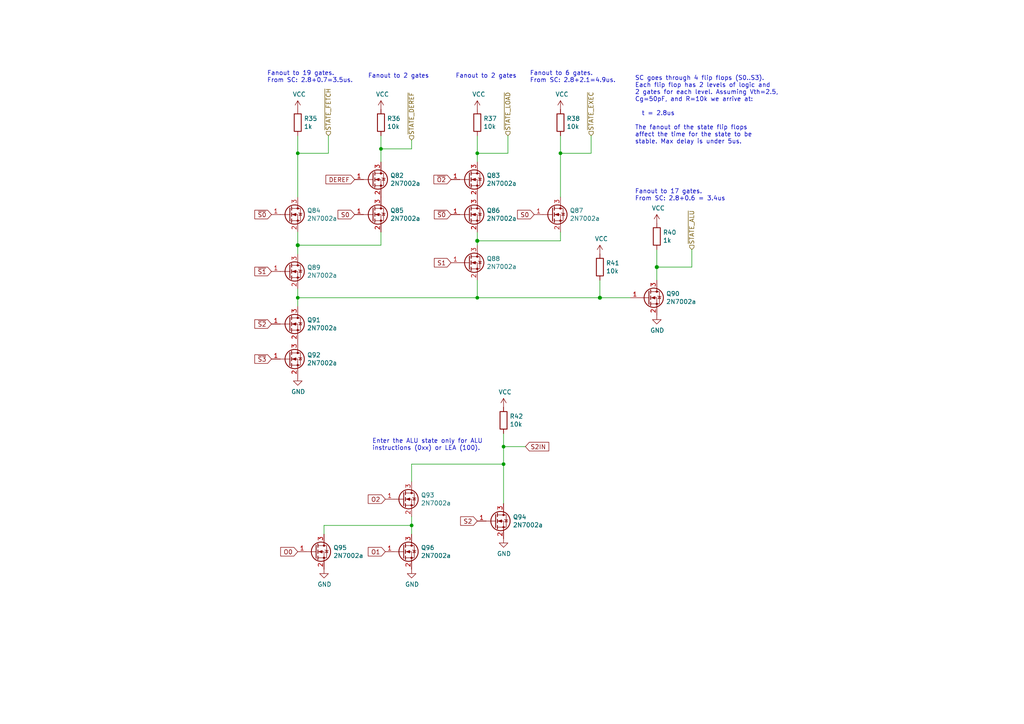
<source format=kicad_sch>
(kicad_sch (version 20210126) (generator eeschema)
  (paper "A4")
  (title_block (title "Q2 State Decoder") (date "2021-02-05") (rev "1") (company "joewing.net"))
  (lib_symbols
    (symbol "Device:R" (pin_numbers hide) (pin_names (offset 0))
      (property "Reference" "R" (at 2.032 0 90))
      (property "Value" "R" (at 0 0 90))
      (symbol "R_0_1"
        (rectangle (start -1.016 -2.54) (end 1.016 2.54) (stroke (width 0.254)))
      )
      (symbol "R_1_1"
        (pin passive line (at 0 3.81 270) (length 1.27) (name "~") (number "1"))
        (pin passive line (at 0 -3.81 90) (length 1.27) (name "~") (number "2"))
      )
    )
    (symbol "Transistor_FET:2N7002" (pin_names hide)
      (property "Reference" "Q" (at 5.08 1.905 0))
      (property "Value" "2N7002" (at 5.08 0 0))
      (symbol "2N7002_0_1"
        (circle (center 1.651 0) (radius 2.794) (stroke (width 0.254)))
        (circle (center 2.54 -1.778) (radius 0.254) (fill (type outline)))
        (circle (center 2.54 1.778) (radius 0.254) (fill (type outline)))
        (polyline (pts (xy 0.254 0) (xy -2.54 0)))
        (polyline (pts (xy 0.254 1.905) (xy 0.254 -1.905)) (stroke (width 0.254)))
        (polyline (pts (xy 0.762 -1.27) (xy 0.762 -2.286)) (stroke (width 0.254)))
        (polyline (pts (xy 0.762 0.508) (xy 0.762 -0.508)) (stroke (width 0.254)))
        (polyline (pts (xy 0.762 2.286) (xy 0.762 1.27)) (stroke (width 0.254)))
        (polyline (pts (xy 2.54 2.54) (xy 2.54 1.778)))
        (polyline (pts (xy 2.54 -2.54) (xy 2.54 0) (xy 0.762 0)))
        (polyline (pts (xy 0.762 -1.778) (xy 3.302 -1.778) (xy 3.302 1.778) (xy 0.762 1.778)))
        (polyline (pts (xy 1.016 0) (xy 2.032 0.381) (xy 2.032 -0.381) (xy 1.016 0)) (fill (type outline)))
        (polyline (pts (xy 2.794 0.508) (xy 2.921 0.381) (xy 3.683 0.381) (xy 3.81 0.254)))
        (polyline (pts (xy 3.302 0.381) (xy 2.921 -0.254) (xy 3.683 -0.254) (xy 3.302 0.381)))
      )
      (symbol "2N7002_1_1"
        (pin input line (at -5.08 0 0) (length 2.54) (name "G") (number "1"))
        (pin passive line (at 2.54 -5.08 90) (length 2.54) (name "S") (number "2"))
        (pin passive line (at 2.54 5.08 270) (length 2.54) (name "D") (number "3"))
      )
    )
    (symbol "power:GND" (power) (pin_names (offset 0))
      (property "Value" "GND" (at 0 -3.81 0))
      (symbol "GND_0_1"
        (polyline (pts (xy 0 0) (xy 0 -1.27) (xy 1.27 -1.27) (xy 0 -2.54) (xy -1.27 -1.27) (xy 0 -1.27)))
      )
      (symbol "GND_1_1"
        (pin power_in line (at 0 0 270) (length 0) hide (name "GND") (number "1"))
      )
    )
    (symbol "power:VCC" (power) (pin_names (offset 0))
      (property "Value" "VCC" (at 0 3.81 0))
      (symbol "VCC_0_1"
        (polyline (pts (xy -0.762 1.27) (xy 0 2.54)))
        (polyline (pts (xy 0 0) (xy 0 2.54)))
        (polyline (pts (xy 0 2.54) (xy 0.762 1.27)))
      )
      (symbol "VCC_1_1"
        (pin power_in line (at 0 0 90) (length 0) hide (name "VCC") (number "1"))
      )
    )
  )
  (junction (at 86.36 44.45) (diameter 0.9144))
  (junction (at 86.36 71.12) (diameter 1.016))
  (junction (at 86.36 86.36) (diameter 0.9144))
  (junction (at 110.49 43.18) (diameter 0.9144))
  (junction (at 119.38 152.4) (diameter 0.9144))
  (junction (at 138.43 44.45) (diameter 0.9144))
  (junction (at 138.43 69.85) (diameter 1.016))
  (junction (at 138.43 86.36) (diameter 0.9144))
  (junction (at 146.05 129.54) (diameter 0.9144))
  (junction (at 146.05 134.62) (diameter 0.9144))
  (junction (at 162.56 44.45) (diameter 0.9144))
  (junction (at 173.99 86.36) (diameter 1.016))
  (junction (at 190.5 77.47) (diameter 1.016))
  (wire (pts (xy 86.36 39.37) (xy 86.36 44.45)))
  (wire (pts (xy 86.36 44.45) (xy 86.36 57.15)))
  (wire (pts (xy 86.36 67.31) (xy 86.36 71.12)))
  (wire (pts (xy 86.36 71.12) (xy 86.36 73.66)))
  (wire (pts (xy 86.36 71.12) (xy 110.49 71.12)))
  (wire (pts (xy 86.36 83.82) (xy 86.36 86.36)))
  (wire (pts (xy 86.36 86.36) (xy 86.36 88.9)))
  (wire (pts (xy 86.36 86.36) (xy 138.43 86.36)))
  (wire (pts (xy 93.98 152.4) (xy 119.38 152.4)))
  (wire (pts (xy 93.98 154.94) (xy 93.98 152.4)))
  (wire (pts (xy 95.25 39.37) (xy 95.25 44.45)))
  (wire (pts (xy 95.25 44.45) (xy 86.36 44.45)))
  (wire (pts (xy 110.49 39.37) (xy 110.49 43.18)))
  (wire (pts (xy 110.49 43.18) (xy 110.49 46.99)))
  (wire (pts (xy 110.49 43.18) (xy 119.38 43.18)))
  (wire (pts (xy 110.49 71.12) (xy 110.49 67.31)))
  (wire (pts (xy 119.38 43.18) (xy 119.38 40.64)))
  (wire (pts (xy 119.38 134.62) (xy 119.38 139.7)))
  (wire (pts (xy 119.38 134.62) (xy 146.05 134.62)))
  (wire (pts (xy 119.38 149.86) (xy 119.38 152.4)))
  (wire (pts (xy 119.38 152.4) (xy 119.38 154.94)))
  (wire (pts (xy 138.43 39.37) (xy 138.43 44.45)))
  (wire (pts (xy 138.43 44.45) (xy 138.43 46.99)))
  (wire (pts (xy 138.43 44.45) (xy 147.32 44.45)))
  (wire (pts (xy 138.43 69.85) (xy 138.43 67.31)))
  (wire (pts (xy 138.43 69.85) (xy 162.56 69.85)))
  (wire (pts (xy 138.43 71.12) (xy 138.43 69.85)))
  (wire (pts (xy 138.43 86.36) (xy 138.43 81.28)))
  (wire (pts (xy 138.43 86.36) (xy 173.99 86.36)))
  (wire (pts (xy 146.05 125.73) (xy 146.05 129.54)))
  (wire (pts (xy 146.05 129.54) (xy 146.05 134.62)))
  (wire (pts (xy 146.05 129.54) (xy 152.4 129.54)))
  (wire (pts (xy 146.05 134.62) (xy 146.05 146.05)))
  (wire (pts (xy 147.32 39.37) (xy 147.32 44.45)))
  (wire (pts (xy 162.56 39.37) (xy 162.56 44.45)))
  (wire (pts (xy 162.56 44.45) (xy 162.56 57.15)))
  (wire (pts (xy 162.56 69.85) (xy 162.56 67.31)))
  (wire (pts (xy 171.45 39.37) (xy 171.45 44.45)))
  (wire (pts (xy 171.45 44.45) (xy 162.56 44.45)))
  (wire (pts (xy 173.99 81.28) (xy 173.99 86.36)))
  (wire (pts (xy 173.99 86.36) (xy 182.88 86.36)))
  (wire (pts (xy 190.5 72.39) (xy 190.5 77.47)))
  (wire (pts (xy 190.5 77.47) (xy 190.5 81.28)))
  (wire (pts (xy 190.5 77.47) (xy 200.66 77.47)))
  (wire (pts (xy 200.66 77.47) (xy 200.66 72.39)))
  (text "Fanout to 19 gates.\nFrom SC: 2.8+0.7=3.5us." (at 77.47 24.13 0) (effects (font (size 1.27 1.27)) (justify left bottom)))
  (text "Enter the ALU state only for ALU\ninstructions (0xx) or LEA (100)." (at 107.95 130.81 0) (effects (font (size 1.27 1.27)) (justify left bottom)))
  (text "Fanout to 2 gates" (at 124.46 22.86 180) (effects (font (size 1.27 1.27)) (justify right bottom)))
  (text "Fanout to 2 gates" (at 149.86 22.86 180) (effects (font (size 1.27 1.27)) (justify right bottom)))
  (text "Fanout to 6 gates.\nFrom SC: 2.8+2.1=4.9us." (at 153.67 24.13 0) (effects (font (size 1.27 1.27)) (justify left bottom)))
  (text "SC goes through 4 flip flops (S0..S3).\nEach flip flop has 2 levels of logic and\n2 gates for each level. Assuming Vth=2.5,\nCg=50pF, and R=10k we arrive at:\n\n  t = 2.8us\n\nThe fanout of the state flip flops\naffect the time for the state to be\nstable. Max delay is under 5us." (at 184.15 41.91 0) (effects (font (size 1.27 1.27)) (justify left bottom)))
  (text "Fanout to 17 gates.\nFrom SC: 2.8+0.6 = 3.4us" (at 184.15 58.42 0) (effects (font (size 1.27 1.27)) (justify left bottom)))
  (global_label "~S0" (shape input) (at 78.74 62.23 180) (property "Intersheet References" "${INTERSHEET_REFS}" (effects hide)))
  (global_label "~S1" (shape input) (at 78.74 78.74 180) (property "Intersheet References" "${INTERSHEET_REFS}" (effects hide)))
  (global_label "~S2" (shape input) (at 78.74 93.98 180) (property "Intersheet References" "${INTERSHEET_REFS}" (effects hide)))
  (global_label "~S3" (shape input) (at 78.74 104.14 180) (property "Intersheet References" "${INTERSHEET_REFS}" (effects hide)))
  (global_label "O0" (shape input) (at 86.36 160.02 180) (property "Intersheet References" "${INTERSHEET_REFS}" (effects hide)))
  (global_label "DEREF" (shape input) (at 102.87 52.07 180) (property "Intersheet References" "${INTERSHEET_REFS}" (effects hide)))
  (global_label "S0" (shape input) (at 102.87 62.23 180) (property "Intersheet References" "${INTERSHEET_REFS}" (effects hide)))
  (global_label "O2" (shape input) (at 111.76 144.78 180) (property "Intersheet References" "${INTERSHEET_REFS}" (effects hide)))
  (global_label "O1" (shape input) (at 111.76 160.02 180) (property "Intersheet References" "${INTERSHEET_REFS}" (effects hide)))
  (global_label "~O2" (shape input) (at 130.81 52.07 180) (property "Intersheet References" "${INTERSHEET_REFS}" (effects hide)))
  (global_label "~S0" (shape input) (at 130.81 62.23 180) (property "Intersheet References" "${INTERSHEET_REFS}" (effects hide)))
  (global_label "S1" (shape input) (at 130.81 76.2 180) (property "Intersheet References" "${INTERSHEET_REFS}" (effects hide)))
  (global_label "S2" (shape input) (at 138.43 151.13 180) (property "Intersheet References" "${INTERSHEET_REFS}" (effects hide)))
  (global_label "S2IN" (shape input) (at 152.4 129.54 0) (property "Intersheet References" "${INTERSHEET_REFS}" (effects hide)))
  (global_label "S0" (shape input) (at 154.94 62.23 180) (property "Intersheet References" "${INTERSHEET_REFS}" (effects hide)))
  (hierarchical_label "~STATE_FETCH" (shape input) (at 95.25 39.37 90))
  (hierarchical_label "~STATE_DEREF" (shape input) (at 119.38 40.64 90))
  (hierarchical_label "~STATE_LOAD" (shape input) (at 147.32 39.37 90))
  (hierarchical_label "~STATE_EXEC" (shape input) (at 171.45 39.37 90))
  (hierarchical_label "~STATE_ALU" (shape input) (at 200.66 72.39 90))
  (symbol (lib_id "power:VCC") (at 86.36 31.75 0) (unit 1)
    (property "Reference" "#PWR085" (effects hide))
    (property "Value" "VCC" (at 86.7918 27.3558 0))
  )
  (symbol (lib_id "power:VCC") (at 110.49 31.75 0) (unit 1)
    (property "Reference" "#PWR086" (effects hide))
    (property "Value" "VCC" (at 110.9218 27.3558 0))
  )
  (symbol (lib_id "power:VCC") (at 138.43 31.75 0) (unit 1)
    (property "Reference" "#PWR087" (effects hide))
    (property "Value" "VCC" (at 138.8618 27.3558 0))
  )
  (symbol (lib_id "power:VCC") (at 146.05 118.11 0) (unit 1)
    (property "Reference" "#PWR094" (effects hide))
    (property "Value" "VCC" (at 146.4818 113.7158 0))
  )
  (symbol (lib_id "power:VCC") (at 162.56 31.75 0) (unit 1)
    (property "Reference" "#PWR088" (effects hide))
    (property "Value" "VCC" (at 162.9918 27.3558 0))
  )
  (symbol (lib_id "power:VCC") (at 173.99 73.66 0) (unit 1)
    (property "Reference" "#PWR091" (effects hide))
    (property "Value" "VCC" (at 174.4218 69.2658 0))
  )
  (symbol (lib_id "power:VCC") (at 190.5 64.77 0) (unit 1)
    (property "Reference" "#PWR090" (effects hide))
    (property "Value" "VCC" (at 190.9318 60.3758 0))
  )
  (symbol (lib_id "power:GND") (at 86.36 109.22 0) (unit 1)
    (property "Reference" "#PWR093" (effects hide))
    (property "Value" "GND" (at 86.487 113.6142 0))
  )
  (symbol (lib_id "power:GND") (at 93.98 165.1 0) (unit 1)
    (property "Reference" "#PWR096" (effects hide))
    (property "Value" "GND" (at 94.107 169.4942 0))
  )
  (symbol (lib_id "power:GND") (at 119.38 165.1 0) (unit 1)
    (property "Reference" "#PWR097" (effects hide))
    (property "Value" "GND" (at 119.507 169.4942 0))
  )
  (symbol (lib_id "power:GND") (at 146.05 156.21 0) (unit 1)
    (property "Reference" "#PWR095" (effects hide))
    (property "Value" "GND" (at 146.177 160.6042 0))
  )
  (symbol (lib_id "power:GND") (at 190.5 91.44 0) (unit 1)
    (property "Reference" "#PWR092" (effects hide))
    (property "Value" "GND" (at 190.627 95.8342 0))
  )
  (symbol (lib_id "Device:R") (at 86.36 35.56 0) (unit 1)
    (property "Reference" "R35" (at 88.138 34.3916 0) (effects (justify left)))
    (property "Value" "1k" (at 88.138 36.703 0) (effects (justify left)))
    (property "Footprint" "Resistor_SMD:R_0805_2012Metric" (effects hide))
    (property "LCSC" "C17513" (effects hide))
  )
  (symbol (lib_id "Device:R") (at 110.49 35.56 0) (unit 1)
    (property "Reference" "R36" (at 112.268 34.3916 0) (effects (justify left)))
    (property "Value" "10k" (at 112.268 36.703 0) (effects (justify left)))
    (property "Footprint" "Resistor_SMD:R_0805_2012Metric" (effects hide))
    (property "LCSC" "C17414" (effects hide))
  )
  (symbol (lib_id "Device:R") (at 138.43 35.56 0) (unit 1)
    (property "Reference" "R37" (at 140.208 34.3916 0) (effects (justify left)))
    (property "Value" "10k" (at 140.208 36.703 0) (effects (justify left)))
    (property "Footprint" "Resistor_SMD:R_0805_2012Metric" (effects hide))
    (property "LCSC" "C17414" (effects hide))
  )
  (symbol (lib_id "Device:R") (at 146.05 121.92 0) (unit 1)
    (property "Reference" "R42" (at 147.828 120.7516 0) (effects (justify left)))
    (property "Value" "10k" (at 147.828 123.063 0) (effects (justify left)))
    (property "Footprint" "Resistor_SMD:R_0805_2012Metric" (effects hide))
    (property "LCSC" "C17414" (effects hide))
  )
  (symbol (lib_id "Device:R") (at 162.56 35.56 0) (unit 1)
    (property "Reference" "R38" (at 164.338 34.3916 0) (effects (justify left)))
    (property "Value" "10k" (at 164.338 36.703 0) (effects (justify left)))
    (property "Footprint" "Resistor_SMD:R_0805_2012Metric" (effects hide))
    (property "LCSC" "C17414" (effects hide))
  )
  (symbol (lib_id "Device:R") (at 173.99 77.47 0) (unit 1)
    (property "Reference" "R41" (at 175.768 76.3016 0) (effects (justify left)))
    (property "Value" "10k" (at 175.768 78.613 0) (effects (justify left)))
    (property "Footprint" "Resistor_SMD:R_0805_2012Metric" (effects hide))
    (property "LCSC" "C17414" (effects hide))
  )
  (symbol (lib_id "Device:R") (at 190.5 68.58 0) (unit 1)
    (property "Reference" "R40" (at 192.278 67.4116 0) (effects (justify left)))
    (property "Value" "1k" (at 192.278 69.723 0) (effects (justify left)))
    (property "Footprint" "Resistor_SMD:R_0805_2012Metric" (effects hide))
    (property "LCSC" "C17513" (effects hide))
  )
  (symbol (lib_id "Transistor_FET:2N7002") (at 83.82 62.23 0) (unit 1)
    (property "Reference" "Q84" (at 89.0524 61.0616 0) (effects (justify left)))
    (property "Value" "2N7002a" (at 89.0524 63.373 0) (effects (justify left)))
    (property "Footprint" "Package_TO_SOT_SMD:SOT-23" (effects hide))
    (property "Datasheet" "https://www.fairchildsemi.com/datasheets/2N/2N7002.pdf" (effects hide))
    (property "LCSC" "C8545" (effects hide))
  )
  (symbol (lib_id "Transistor_FET:2N7002") (at 83.82 78.74 0) (unit 1)
    (property "Reference" "Q89" (at 89.0524 77.5716 0) (effects (justify left)))
    (property "Value" "2N7002a" (at 89.0524 79.883 0) (effects (justify left)))
    (property "Footprint" "Package_TO_SOT_SMD:SOT-23" (effects hide))
    (property "Datasheet" "https://www.fairchildsemi.com/datasheets/2N/2N7002.pdf" (effects hide))
    (property "LCSC" "C8545" (effects hide))
  )
  (symbol (lib_id "Transistor_FET:2N7002") (at 83.82 93.98 0) (unit 1)
    (property "Reference" "Q91" (at 89.0524 92.8116 0) (effects (justify left)))
    (property "Value" "2N7002a" (at 89.0524 95.123 0) (effects (justify left)))
    (property "Footprint" "Package_TO_SOT_SMD:SOT-23" (effects hide))
    (property "Datasheet" "https://www.fairchildsemi.com/datasheets/2N/2N7002.pdf" (effects hide))
    (property "LCSC" "C8545" (effects hide))
  )
  (symbol (lib_id "Transistor_FET:2N7002") (at 83.82 104.14 0) (unit 1)
    (property "Reference" "Q92" (at 89.0524 102.9716 0) (effects (justify left)))
    (property "Value" "2N7002a" (at 89.0524 105.283 0) (effects (justify left)))
    (property "Footprint" "Package_TO_SOT_SMD:SOT-23" (effects hide))
    (property "Datasheet" "https://www.fairchildsemi.com/datasheets/2N/2N7002.pdf" (effects hide))
    (property "LCSC" "C8545" (effects hide))
  )
  (symbol (lib_id "Transistor_FET:2N7002") (at 91.44 160.02 0) (unit 1)
    (property "Reference" "Q95" (at 96.6724 158.8516 0) (effects (justify left)))
    (property "Value" "2N7002a" (at 96.6724 161.163 0) (effects (justify left)))
    (property "Footprint" "Package_TO_SOT_SMD:SOT-23" (effects hide))
    (property "Datasheet" "https://www.fairchildsemi.com/datasheets/2N/2N7002.pdf" (effects hide))
    (property "LCSC" "C8545" (effects hide))
  )
  (symbol (lib_id "Transistor_FET:2N7002") (at 107.95 52.07 0) (unit 1)
    (property "Reference" "Q82" (at 113.1824 50.9016 0) (effects (justify left)))
    (property "Value" "2N7002a" (at 113.1824 53.213 0) (effects (justify left)))
    (property "Footprint" "Package_TO_SOT_SMD:SOT-23" (effects hide))
    (property "Datasheet" "https://www.fairchildsemi.com/datasheets/2N/2N7002.pdf" (effects hide))
    (property "LCSC" "C8545" (effects hide))
  )
  (symbol (lib_id "Transistor_FET:2N7002") (at 107.95 62.23 0) (unit 1)
    (property "Reference" "Q85" (at 113.1824 61.0616 0) (effects (justify left)))
    (property "Value" "2N7002a" (at 113.1824 63.373 0) (effects (justify left)))
    (property "Footprint" "Package_TO_SOT_SMD:SOT-23" (effects hide))
    (property "Datasheet" "https://www.fairchildsemi.com/datasheets/2N/2N7002.pdf" (effects hide))
    (property "LCSC" "C8545" (effects hide))
  )
  (symbol (lib_id "Transistor_FET:2N7002") (at 116.84 144.78 0) (unit 1)
    (property "Reference" "Q93" (at 122.0724 143.6116 0) (effects (justify left)))
    (property "Value" "2N7002a" (at 122.0724 145.923 0) (effects (justify left)))
    (property "Footprint" "Package_TO_SOT_SMD:SOT-23" (effects hide))
    (property "Datasheet" "https://www.fairchildsemi.com/datasheets/2N/2N7002.pdf" (effects hide))
    (property "LCSC" "C8545" (effects hide))
  )
  (symbol (lib_id "Transistor_FET:2N7002") (at 116.84 160.02 0) (unit 1)
    (property "Reference" "Q96" (at 122.0724 158.8516 0) (effects (justify left)))
    (property "Value" "2N7002a" (at 122.0724 161.163 0) (effects (justify left)))
    (property "Footprint" "Package_TO_SOT_SMD:SOT-23" (effects hide))
    (property "Datasheet" "https://www.fairchildsemi.com/datasheets/2N/2N7002.pdf" (effects hide))
    (property "LCSC" "C8545" (effects hide))
  )
  (symbol (lib_id "Transistor_FET:2N7002") (at 135.89 52.07 0) (unit 1)
    (property "Reference" "Q83" (at 141.1224 50.9016 0) (effects (justify left)))
    (property "Value" "2N7002a" (at 141.1224 53.213 0) (effects (justify left)))
    (property "Footprint" "Package_TO_SOT_SMD:SOT-23" (effects hide))
    (property "Datasheet" "https://www.fairchildsemi.com/datasheets/2N/2N7002.pdf" (effects hide))
    (property "LCSC" "C8545" (effects hide))
  )
  (symbol (lib_id "Transistor_FET:2N7002") (at 135.89 62.23 0) (unit 1)
    (property "Reference" "Q86" (at 141.1224 61.0616 0) (effects (justify left)))
    (property "Value" "2N7002a" (at 141.1224 63.373 0) (effects (justify left)))
    (property "Footprint" "Package_TO_SOT_SMD:SOT-23" (effects hide))
    (property "Datasheet" "https://www.fairchildsemi.com/datasheets/2N/2N7002.pdf" (effects hide))
    (property "LCSC" "C8545" (effects hide))
  )
  (symbol (lib_id "Transistor_FET:2N7002") (at 135.89 76.2 0) (unit 1)
    (property "Reference" "Q88" (at 141.1224 75.0316 0) (effects (justify left)))
    (property "Value" "2N7002a" (at 141.1224 77.343 0) (effects (justify left)))
    (property "Footprint" "Package_TO_SOT_SMD:SOT-23" (effects hide))
    (property "Datasheet" "https://www.fairchildsemi.com/datasheets/2N/2N7002.pdf" (effects hide))
    (property "LCSC" "C8545" (effects hide))
  )
  (symbol (lib_id "Transistor_FET:2N7002") (at 143.51 151.13 0) (unit 1)
    (property "Reference" "Q94" (at 148.7424 149.9616 0) (effects (justify left)))
    (property "Value" "2N7002a" (at 148.7424 152.273 0) (effects (justify left)))
    (property "Footprint" "Package_TO_SOT_SMD:SOT-23" (effects hide))
    (property "Datasheet" "https://www.fairchildsemi.com/datasheets/2N/2N7002.pdf" (effects hide))
    (property "LCSC" "C8545" (effects hide))
  )
  (symbol (lib_id "Transistor_FET:2N7002") (at 160.02 62.23 0) (unit 1)
    (property "Reference" "Q87" (at 165.2524 61.0616 0) (effects (justify left)))
    (property "Value" "2N7002a" (at 165.2524 63.373 0) (effects (justify left)))
    (property "Footprint" "Package_TO_SOT_SMD:SOT-23" (effects hide))
    (property "Datasheet" "https://www.fairchildsemi.com/datasheets/2N/2N7002.pdf" (effects hide))
    (property "LCSC" "C8545" (effects hide))
  )
  (symbol (lib_id "Transistor_FET:2N7002") (at 187.96 86.36 0) (unit 1)
    (property "Reference" "Q90" (at 193.1924 85.1916 0) (effects (justify left)))
    (property "Value" "2N7002a" (at 193.1924 87.503 0) (effects (justify left)))
    (property "Footprint" "Package_TO_SOT_SMD:SOT-23" (effects hide))
    (property "Datasheet" "https://www.fairchildsemi.com/datasheets/2N/2N7002.pdf" (effects hide))
    (property "LCSC" "C8545" (effects hide))
  )
)
</source>
